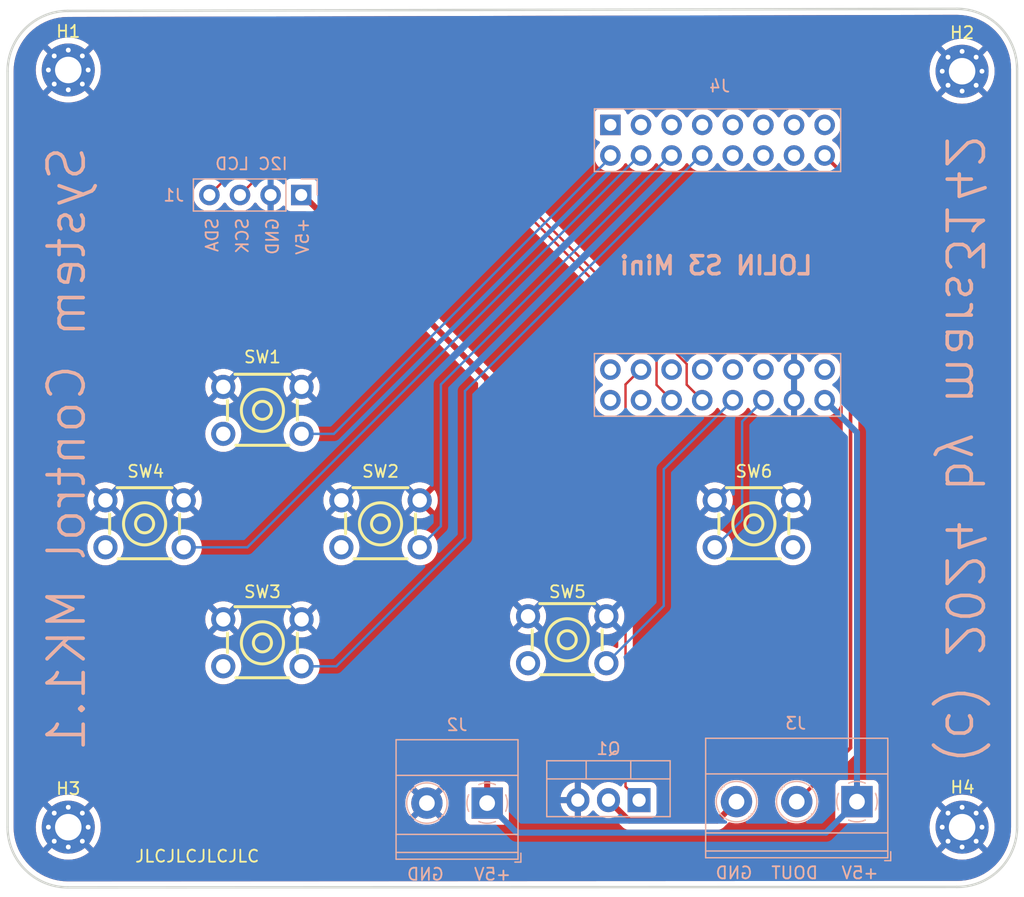
<source format=kicad_pcb>
(kicad_pcb (version 20240108) (generator "pcbnew") (generator_version "8.0")
  (title_block (title "System Control") (date "01.01.2024") (rev "MK1.1") (company "mars3142") (comment 3 "System Control Board for model railway") (comment 4 "Author: Peter Siegmund"))
  (layers (0 "F.Cu" signal) (31 "B.Cu" signal) (34 "B.Paste" user) (35 "F.Paste" user) (36 "B.SilkS" user "B.Silkscreen") (37 "F.SilkS" user "F.Silkscreen") (38 "B.Mask" user) (39 "F.Mask" user) (44 "Edge.Cuts" user))
  (net 0 "")
  (net 1 "SCK")
  (net 2 "+5V")
  (net 3 "GND")
  (net 4 "SDA")
  (net 5 "DOUT")
  (net 6 "GND1")
  (net 17 "UP")
  (net 18 "RIGHT")
  (net 19 "DOWN")
  (net 20 "LEFT")
  (net 21 "SELECT")
  (net 22 "BACK")
  (net 31 "MOSFET")
  (net 32 "unconnected-(J4-IO7-Pad13)")
  (footprint "MountingHole:MountingHole_2.2mm_M2_Pad_Via" (layer "F.Cu") (at 66.5939 90.6919)
    (property "Reference" "H3" (at 0 -3.2 0) (layer "F.SilkS"))
    (property "Value" "MH3")
    (pad "1" thru_hole circle (at -1.65 0) (size 0.7 0.7) (drill 0.4) (layers "*.Cu" "*.Mask") (net 3 "GND"))
    (pad "1" thru_hole circle (at -1.166726 -1.166726) (size 0.7 0.7) (drill 0.4) (layers "*.Cu" "*.Mask") (net 3 "GND"))
    (pad "1" thru_hole circle (at -1.166726 1.166726) (size 0.7 0.7) (drill 0.4) (layers "*.Cu" "*.Mask") (net 3 "GND"))
    (pad "1" thru_hole circle (at 0 -1.65) (size 0.7 0.7) (drill 0.4) (layers "*.Cu" "*.Mask") (net 3 "GND"))
    (pad "1" thru_hole circle (at 0 0) (size 4.4 4.4) (drill 2.2) (layers "*.Cu" "*.Mask") (net 3 "GND"))
    (pad "1" thru_hole circle (at 0 1.65) (size 0.7 0.7) (drill 0.4) (layers "*.Cu" "*.Mask") (net 3 "GND"))
    (pad "1" thru_hole circle (at 1.166726 -1.166726) (size 0.7 0.7) (drill 0.4) (layers "*.Cu" "*.Mask") (net 3 "GND"))
    (pad "1" thru_hole circle (at 1.166726 1.166726) (size 0.7 0.7) (drill 0.4) (layers "*.Cu" "*.Mask") (net 3 "GND"))
    (pad "1" thru_hole circle (at 1.65 0) (size 0.7 0.7) (drill 0.4) (layers "*.Cu" "*.Mask") (net 3 "GND"))
  )
  (footprint "easyeda2kicad:KEY-TH_4P-L6.0-W6.0-P3.90-LS7.8" (layer "F.Cu") (at 82.7072 56.0799)
    (property "Reference" "SW1" (at 0 -4.4288 0) (layer "F.SilkS"))
    (property "Value" "UP")
    (fp_line (start -2.9 -0.82) (end -2.9 0.82) (stroke (width 0.25)) (layer "F.SilkS"))
    (fp_line (start -2.2 2.9) (end 2.2 2.9) (stroke (width 0.25)) (layer "F.SilkS"))
    (fp_line (start 2.28 -3) (end -2.28 -3) (stroke (width 0.25)) (layer "F.SilkS"))
    (fp_line (start 2.9 0.82) (end 2.9 -0.82) (stroke (width 0.25)) (layer "F.SilkS"))
    (fp_circle (center 0 0) (end 0.75 0) (stroke (width 0.25)) (fill none) (layer "F.SilkS"))
    (fp_circle (center 0 0) (end 1.75 0) (stroke (width 0.25)) (fill none) (layer "F.SilkS"))
    (pad "1" thru_hole circle (at -3.25 1.95) (size 2 2) (drill 1.199896) (layers "*.Cu" "*.Mask") (net 17 "UP"))
    (pad "2" thru_hole circle (at 3.25 1.95) (size 2 2) (drill 1.199896) (layers "*.Cu" "*.Mask") (net 17 "UP"))
    (pad "3" thru_hole circle (at 3.25 -1.95) (size 2 2) (drill 1.199896) (layers "*.Cu" "*.Mask") (net 3 "GND"))
    (pad "4" thru_hole circle (at -3.25 -1.95) (size 2 2) (drill 1.199896) (layers "*.Cu" "*.Mask") (net 3 "GND"))
  )
  (footprint "easyeda2kicad:KEY-TH_4P-L6.0-W6.0-P3.90-LS7.8" (layer "F.Cu") (at 72.9272 65.5019)
    (property "Reference" "SW4" (at 0.0923 -4.3508 0) (layer "F.SilkS"))
    (property "Value" "LEFT")
    (fp_line (start -2.9 -0.82) (end -2.9 0.82) (stroke (width 0.25)) (layer "F.SilkS"))
    (fp_line (start -2.2 2.9) (end 2.2 2.9) (stroke (width 0.25)) (layer "F.SilkS"))
    (fp_line (start 2.28 -3) (end -2.28 -3) (stroke (width 0.25)) (layer "F.SilkS"))
    (fp_line (start 2.9 0.82) (end 2.9 -0.82) (stroke (width 0.25)) (layer "F.SilkS"))
    (fp_circle (center 0 0) (end 0.75 0) (stroke (width 0.25)) (fill none) (layer "F.SilkS"))
    (fp_circle (center 0 0) (end 1.75 0) (stroke (width 0.25)) (fill none) (layer "F.SilkS"))
    (pad "1" thru_hole circle (at -3.25 1.95) (size 2 2) (drill 1.199896) (layers "*.Cu" "*.Mask") (net 20 "LEFT"))
    (pad "2" thru_hole circle (at 3.25 1.95) (size 2 2) (drill 1.199896) (layers "*.Cu" "*.Mask") (net 20 "LEFT"))
    (pad "3" thru_hole circle (at 3.25 -1.95) (size 2 2) (drill 1.199896) (layers "*.Cu" "*.Mask") (net 3 "GND"))
    (pad "4" thru_hole circle (at -3.25 -1.95) (size 2 2) (drill 1.199896) (layers "*.Cu" "*.Mask") (net 3 "GND"))
  )
  (footprint "MountingHole:MountingHole_2.2mm_M2_Pad_Via" (layer "F.Cu") (at 66.5939 27.8139)
    (property "Reference" "H1" (at 0 -3.2 0) (layer "F.SilkS"))
    (property "Value" "MH1")
    (pad "1" thru_hole circle (at -1.65 0) (size 0.7 0.7) (drill 0.4) (layers "*.Cu" "*.Mask") (net 3 "GND"))
    (pad "1" thru_hole circle (at -1.166726 -1.166726) (size 0.7 0.7) (drill 0.4) (layers "*.Cu" "*.Mask") (net 3 "GND"))
    (pad "1" thru_hole circle (at -1.166726 1.166726) (size 0.7 0.7) (drill 0.4) (layers "*.Cu" "*.Mask") (net 3 "GND"))
    (pad "1" thru_hole circle (at 0 -1.65) (size 0.7 0.7) (drill 0.4) (layers "*.Cu" "*.Mask") (net 3 "GND"))
    (pad "1" thru_hole circle (at 0 0) (size 4.4 4.4) (drill 2.2) (layers "*.Cu" "*.Mask") (net 3 "GND"))
    (pad "1" thru_hole circle (at 0 1.65) (size 0.7 0.7) (drill 0.4) (layers "*.Cu" "*.Mask") (net 3 "GND"))
    (pad "1" thru_hole circle (at 1.166726 -1.166726) (size 0.7 0.7) (drill 0.4) (layers "*.Cu" "*.Mask") (net 3 "GND"))
    (pad "1" thru_hole circle (at 1.166726 1.166726) (size 0.7 0.7) (drill 0.4) (layers "*.Cu" "*.Mask") (net 3 "GND"))
    (pad "1" thru_hole circle (at 1.65 0) (size 0.7 0.7) (drill 0.4) (layers "*.Cu" "*.Mask") (net 3 "GND"))
  )
  (footprint "easyeda2kicad:KEY-TH_4P-L6.0-W6.0-P3.90-LS7.8" (layer "F.Cu") (at 92.5092 65.5019)
    (property "Reference" "SW2" (at 0 -4.3508 0) (layer "F.SilkS"))
    (property "Value" "RIGHT")
    (fp_line (start -2.9 -0.82) (end -2.9 0.82) (stroke (width 0.25)) (layer "F.SilkS"))
    (fp_line (start -2.2 2.9) (end 2.2 2.9) (stroke (width 0.25)) (layer "F.SilkS"))
    (fp_line (start 2.28 -3) (end -2.28 -3) (stroke (width 0.25)) (layer "F.SilkS"))
    (fp_line (start 2.9 0.82) (end 2.9 -0.82) (stroke (width 0.25)) (layer "F.SilkS"))
    (fp_circle (center 0 0) (end 0.75 0) (stroke (width 0.25)) (fill none) (layer "F.SilkS"))
    (fp_circle (center 0 0) (end 1.75 0) (stroke (width 0.25)) (fill none) (layer "F.SilkS"))
    (pad "1" thru_hole circle (at -3.25 1.95) (size 2 2) (drill 1.199896) (layers "*.Cu" "*.Mask") (net 18 "RIGHT"))
    (pad "2" thru_hole circle (at 3.25 1.95) (size 2 2) (drill 1.199896) (layers "*.Cu" "*.Mask") (net 18 "RIGHT"))
    (pad "3" thru_hole circle (at 3.25 -1.95) (size 2 2) (drill 1.199896) (layers "*.Cu" "*.Mask") (net 3 "GND"))
    (pad "4" thru_hole circle (at -3.25 -1.95) (size 2 2) (drill 1.199896) (layers "*.Cu" "*.Mask") (net 3 "GND"))
  )
  (footprint "easyeda2kicad:KEY-TH_4P-L6.0-W6.0-P3.90-LS7.8" (layer "F.Cu") (at 82.7072 75.3839)
    (property "Reference" "SW3" (at 0 -4.2328 0) (layer "F.SilkS"))
    (property "Value" "DOWN")
    (fp_line (start -2.9 -0.82) (end -2.9 0.82) (stroke (width 0.25)) (layer "F.SilkS"))
    (fp_line (start -2.2 2.9) (end 2.2 2.9) (stroke (width 0.25)) (layer "F.SilkS"))
    (fp_line (start 2.28 -3) (end -2.28 -3) (stroke (width 0.25)) (layer "F.SilkS"))
    (fp_line (start 2.9 0.82) (end 2.9 -0.82) (stroke (width 0.25)) (layer "F.SilkS"))
    (fp_circle (center 0 0) (end 0.75 0) (stroke (width 0.25)) (fill none) (layer "F.SilkS"))
    (fp_circle (center 0 0) (end 1.75 0) (stroke (width 0.25)) (fill none) (layer "F.SilkS"))
    (pad "1" thru_hole circle (at -3.25 1.95) (size 2 2) (drill 1.199896) (layers "*.Cu" "*.Mask") (net 19 "DOWN"))
    (pad "2" thru_hole circle (at 3.25 1.95) (size 2 2) (drill 1.199896) (layers "*.Cu" "*.Mask") (net 19 "DOWN"))
    (pad "3" thru_hole circle (at 3.25 -1.95) (size 2 2) (drill 1.199896) (layers "*.Cu" "*.Mask") (net 3 "GND"))
    (pad "4" thru_hole circle (at -3.25 -1.95) (size 2 2) (drill 1.199896) (layers "*.Cu" "*.Mask") (net 3 "GND"))
  )
  (footprint "easyeda2kicad:KEY-TH_4P-L6.0-W6.0-P3.90-LS7.8" (layer "F.Cu") (at 123.4972 65.5019)
    (property "Reference" "SW6" (at 0 -4.3508 0) (layer "F.SilkS"))
    (property "Value" "BACK")
    (fp_line (start -2.9 -0.82) (end -2.9 0.82) (stroke (width 0.25)) (layer "F.SilkS"))
    (fp_line (start -2.2 2.9) (end 2.2 2.9) (stroke (width 0.25)) (layer "F.SilkS"))
    (fp_line (start 2.28 -3) (end -2.28 -3) (stroke (width 0.25)) (layer "F.SilkS"))
    (fp_line (start 2.9 0.82) (end 2.9 -0.82) (stroke (width 0.25)) (layer "F.SilkS"))
    (fp_circle (center 0 0) (end 0.75 0) (stroke (width 0.25)) (fill none) (layer "F.SilkS"))
    (fp_circle (center 0 0) (end 1.75 0) (stroke (width 0.25)) (fill none) (layer "F.SilkS"))
    (pad "1" thru_hole circle (at -3.25 1.95) (size 2 2) (drill 1.199896) (layers "*.Cu" "*.Mask") (net 22 "BACK"))
    (pad "2" thru_hole circle (at 3.25 1.95) (size 2 2) (drill 1.199896) (layers "*.Cu" "*.Mask") (net 22 "BACK"))
    (pad "3" thru_hole circle (at 3.25 -1.95) (size 2 2) (drill 1.199896) (layers "*.Cu" "*.Mask") (net 3 "GND"))
    (pad "4" thru_hole circle (at -3.25 -1.95) (size 2 2) (drill 1.199896) (layers "*.Cu" "*.Mask") (net 3 "GND"))
  )
  (footprint "MountingHole:MountingHole_2.2mm_M2_Pad_Via" (layer "F.Cu") (at 140.7772 27.9172)
    (property "Reference" "H2" (at 0 -3.2 0) (layer "F.SilkS"))
    (property "Value" "MH2")
    (pad "1" thru_hole circle (at -1.65 0) (size 0.7 0.7) (drill 0.4) (layers "*.Cu" "*.Mask") (net 3 "GND"))
    (pad "1" thru_hole circle (at -1.166726 -1.166726) (size 0.7 0.7) (drill 0.4) (layers "*.Cu" "*.Mask") (net 3 "GND"))
    (pad "1" thru_hole circle (at -1.166726 1.166726) (size 0.7 0.7) (drill 0.4) (layers "*.Cu" "*.Mask") (net 3 "GND"))
    (pad "1" thru_hole circle (at 0 -1.65) (size 0.7 0.7) (drill 0.4) (layers "*.Cu" "*.Mask") (net 3 "GND"))
    (pad "1" thru_hole circle (at 0 0) (size 4.4 4.4) (drill 2.2) (layers "*.Cu" "*.Mask") (net 3 "GND"))
    (pad "1" thru_hole circle (at 0 1.65) (size 0.7 0.7) (drill 0.4) (layers "*.Cu" "*.Mask") (net 3 "GND"))
    (pad "1" thru_hole circle (at 1.166726 -1.166726) (size 0.7 0.7) (drill 0.4) (layers "*.Cu" "*.Mask") (net 3 "GND"))
    (pad "1" thru_hole circle (at 1.166726 1.166726) (size 0.7 0.7) (drill 0.4) (layers "*.Cu" "*.Mask") (net 3 "GND"))
    (pad "1" thru_hole circle (at 1.65 0) (size 0.7 0.7) (drill 0.4) (layers "*.Cu" "*.Mask") (net 3 "GND"))
  )
  (footprint "MountingHole:MountingHole_2.2mm_M2_Pad_Via" (layer "F.Cu") (at 140.7772 90.6919)
    (property "Reference" "H4" (at 0.0355 -3.3145 0) (layer "F.SilkS"))
    (property "Value" "MH4")
    (pad "1" thru_hole circle (at -1.65 0) (size 0.7 0.7) (drill 0.4) (layers "*.Cu" "*.Mask") (net 3 "GND"))
    (pad "1" thru_hole circle (at -1.166726 -1.166726) (size 0.7 0.7) (drill 0.4) (layers "*.Cu" "*.Mask") (net 3 "GND"))
    (pad "1" thru_hole circle (at -1.166726 1.166726) (size 0.7 0.7) (drill 0.4) (layers "*.Cu" "*.Mask") (net 3 "GND"))
    (pad "1" thru_hole circle (at 0 -1.65) (size 0.7 0.7) (drill 0.4) (layers "*.Cu" "*.Mask") (net 3 "GND"))
    (pad "1" thru_hole circle (at 0 0) (size 4.4 4.4) (drill 2.2) (layers "*.Cu" "*.Mask") (net 3 "GND"))
    (pad "1" thru_hole circle (at 0 1.65) (size 0.7 0.7) (drill 0.4) (layers "*.Cu" "*.Mask") (net 3 "GND"))
    (pad "1" thru_hole circle (at 1.166726 -1.166726) (size 0.7 0.7) (drill 0.4) (layers "*.Cu" "*.Mask") (net 3 "GND"))
    (pad "1" thru_hole circle (at 1.166726 1.166726) (size 0.7 0.7) (drill 0.4) (layers "*.Cu" "*.Mask") (net 3 "GND"))
    (pad "1" thru_hole circle (at 1.65 0) (size 0.7 0.7) (drill 0.4) (layers "*.Cu" "*.Mask") (net 3 "GND"))
  )
  (footprint "easyeda2kicad:KEY-TH_4P-L6.0-W6.0-P3.90-LS7.8" (layer "F.Cu") (at 108.0032 75.1299)
    (property "Reference" "SW5" (at 0.0163 -3.9788 0) (layer "F.SilkS"))
    (property "Value" "SELECT")
    (fp_line (start -2.9 -0.82) (end -2.9 0.82) (stroke (width 0.25)) (layer "F.SilkS"))
    (fp_line (start -2.2 2.9) (end 2.2 2.9) (stroke (width 0.25)) (layer "F.SilkS"))
    (fp_line (start 2.28 -3) (end -2.28 -3) (stroke (width 0.25)) (layer "F.SilkS"))
    (fp_line (start 2.9 0.82) (end 2.9 -0.82) (stroke (width 0.25)) (layer "F.SilkS"))
    (fp_circle (center 0 0) (end 0.75 0) (stroke (width 0.25)) (fill none) (layer "F.SilkS"))
    (fp_circle (center 0 0) (end 1.75 0) (stroke (width 0.25)) (fill none) (layer "F.SilkS"))
    (pad "1" thru_hole circle (at -3.25 1.95) (size 2 2) (drill 1.199896) (layers "*.Cu" "*.Mask") (net 21 "SELECT"))
    (pad "2" thru_hole circle (at 3.25 1.95) (size 2 2) (drill 1.199896) (layers "*.Cu" "*.Mask") (net 21 "SELECT"))
    (pad "3" thru_hole circle (at 3.25 -1.95) (size 2 2) (drill 1.199896) (layers "*.Cu" "*.Mask") (net 3 "GND"))
    (pad "4" thru_hole circle (at -3.25 -1.95) (size 2 2) (drill 1.199896) (layers "*.Cu" "*.Mask") (net 3 "GND"))
  )
  (footprint "Package_TO_SOT_THT:TO-220-3_Vertical" (layer "B.Cu") (at 113.9672 88.4469 180)
    (property "Reference" "Q1" (at 2.54 4.27 0) (layer "B.SilkS") (effects (justify mirror)))
    (property "Value" "IRF3205")
    (fp_line (start 7.66 3.27) (end -2.58 3.27) (stroke (width 0.12)) (layer "B.SilkS"))
    (fp_line (start 7.66 1.76) (end -2.58 1.76) (stroke (width 0.12)) (layer "B.SilkS"))
    (fp_line (start 7.66 -1.371) (end 7.66 3.27) (stroke (width 0.12)) (layer "B.SilkS"))
    (fp_line (start 7.66 -1.371) (end -2.58 -1.371) (stroke (width 0.12)) (layer "B.SilkS"))
    (fp_line (start 4.391 1.76) (end 4.391 3.27) (stroke (width 0.12)) (layer "B.SilkS"))
    (fp_line (start 0.69 1.76) (end 0.69 3.27) (stroke (width 0.12)) (layer "B.SilkS"))
    (fp_line (start -2.58 -1.371) (end -2.58 3.27) (stroke (width 0.12)) (layer "B.SilkS"))
    (pad "1" thru_hole rect (at 0 0 180) (size 1.905 2) (drill 1.1) (layers "*.Cu" "*.Mask") (net 31 "MOSFET"))
    (pad "2" thru_hole oval (at 2.54 0 180) (size 1.905 2) (drill 1.1) (layers "*.Cu" "*.Mask") (net 6 "GND1"))
    (pad "3" thru_hole oval (at 5.08 0 180) (size 1.905 2) (drill 1.1) (layers "*.Cu" "*.Mask") (net 3 "GND"))
  )
  (footprint "TerminalBlock_Phoenix:TerminalBlock_Phoenix_MKDS-1,5-3_1x03_P5.00mm_Horizontal" (layer "B.Cu") (at 132.0532 88.5709 180)
    (property "Reference" "J3" (at 5.085 6.5 0) (layer "B.SilkS") (effects (justify mirror)))
    (property "Value" "Output")
    (fp_line (start 12.56 5.261) (end -2.56 5.261) (stroke (width 0.12)) (layer "B.SilkS"))
    (fp_line (start 12.56 2.301) (end -2.56 2.301) (stroke (width 0.12)) (layer "B.SilkS"))
    (fp_line (start 12.56 -2.6) (end -2.56 -2.6) (stroke (width 0.12)) (layer "B.SilkS"))
    (fp_line (start 12.56 -4.1) (end -2.56 -4.1) (stroke (width 0.12)) (layer "B.SilkS"))
    (fp_line (start 12.56 -4.66) (end 12.56 5.261) (stroke (width 0.12)) (layer "B.SilkS"))
    (fp_line (start 12.56 -4.66) (end -2.56 -4.66) (stroke (width 0.12)) (layer "B.SilkS"))
    (fp_line (start 11.228 1.023) (end 11.275 1.069) (stroke (width 0.12)) (layer "B.SilkS"))
    (fp_line (start 11.035 1.239) (end 11.07 1.275) (stroke (width 0.12)) (layer "B.SilkS"))
    (fp_line (start 8.931 -1.274) (end 8.966 -1.239) (stroke (width 0.12)) (layer "B.SilkS"))
    (fp_line (start 8.726 -1.069) (end 8.773 -1.023) (stroke (width 0.12)) (layer "B.SilkS"))
    (fp_line (start 6.228 1.023) (end 6.275 1.069) (stroke (width 0.12)) (layer "B.SilkS"))
    (fp_line (start 6.035 1.239) (end 6.07 1.275) (stroke (width 0.12)) (layer "B.SilkS"))
    (fp_line (start 3.931 -1.274) (end 3.966 -1.239) (stroke (width 0.12)) (layer "B.SilkS"))
    (fp_line (start 3.726 -1.069) (end 3.773 -1.023) (stroke (width 0.12)) (layer "B.SilkS"))
    (fp_line (start -2.3 -4.9) (end -2.8 -4.9) (stroke (width 0.12)) (layer "B.SilkS"))
    (fp_line (start -2.56 -4.66) (end -2.56 5.261) (stroke (width 0.12)) (layer "B.SilkS"))
    (fp_line (start -2.8 -4.9) (end -2.8 -4.16) (stroke (width 0.12)) (layer "B.SilkS"))
    (fp_arc (start 1.535 -0.684) (mid 1.6805 -0.000524) (end 1.535427 0.683042) (stroke (width 0.12)) (layer "B.SilkS"))
    (fp_arc (start 0.684 1.535) (mid 0.000524 1.680501) (end -0.683042 1.535427) (stroke (width 0.12)) (layer "B.SilkS"))
    (fp_arc (start 0 -1.68) (mid 0.349292 -1.643288) (end 0.683318 -1.534756) (stroke (width 0.12)) (layer "B.SilkS"))
    (fp_arc (start -0.684 -1.535) (mid -0.335551 -1.646659) (end 0.028805 -1.680253) (stroke (width 0.12)) (layer "B.SilkS"))
    (fp_arc (start -1.535 0.684) (mid -1.680501 0.000524) (end -1.535427 -0.683042) (stroke (width 0.12)) (layer "B.SilkS"))
    (fp_circle (center 10 0) (end 11.68 0) (stroke (width 0.12)) (fill none) (layer "B.SilkS"))
    (fp_circle (center 5 0) (end 6.68 0) (stroke (width 0.12)) (fill none) (layer "B.SilkS"))
    (pad "1" thru_hole rect (at 0 0 180) (size 2.6 2.6) (drill 1.3) (layers "*.Cu" "*.Mask") (net 2 "+5V"))
    (pad "2" thru_hole circle (at 5 0 180) (size 2.6 2.6) (drill 1.3) (layers "*.Cu" "*.Mask") (net 5 "DOUT"))
    (pad "3" thru_hole circle (at 10 0 180) (size 2.6 2.6) (drill 1.3) (layers "*.Cu" "*.Mask") (net 6 "GND1"))
  )
  (footprint "wemos:PinSocket_S3 Mini" (layer "B.Cu") (at 120.54345 44.0708 -90)
    (property "Reference" "J4" (at -14.91965 -0.11175 0) (layer "B.SilkS") (effects (justify mirror)))
    (property "Value" "Conn_S3 Mini")
    (fp_line (start -13.026 10.284) (end -7.826 10.284) (stroke (width 0.12)) (layer "B.SilkS"))
    (fp_line (start 12.494 10.284) (end 7.294 10.284) (stroke (width 0.12)) (layer "B.SilkS"))
    (fp_line (start -13.026 -10.156) (end -13.026 10.284) (stroke (width 0.12)) (layer "B.SilkS"))
    (fp_line (start -13.026 -10.156) (end -7.826 -10.156) (stroke (width 0.12)) (layer "B.SilkS"))
    (fp_line (start -7.826 -10.156) (end -7.826 10.284) (stroke (width 0.12)) (layer "B.SilkS"))
    (fp_line (start 7.294 -10.156) (end 7.294 10.284) (stroke (width 0.12)) (layer "B.SilkS"))
    (fp_line (start 12.494 -10.156) (end 12.494 10.284) (stroke (width 0.12)) (layer "B.SilkS"))
    (fp_line (start 12.494 -10.156) (end 7.294 -10.156) (stroke (width 0.12)) (layer "B.SilkS"))
    (pad "1" thru_hole rect (at -11.696 8.954 270) (size 1.7 1.7) (drill oval 1) (layers "*.Cu" "*.Mask"))
    (pad "2" thru_hole oval (at -11.696 6.414 270) (size 1.7 1.7) (drill 1) (layers "*.Cu" "*.Mask"))
    (pad "3" thru_hole oval (at -11.696 3.874 270) (size 1.7 1.7) (drill 1) (layers "*.Cu" "*.Mask"))
    (pad "4" thru_hole oval (at -11.696 1.334 270) (size 1.7 1.7) (drill 1) (layers "*.Cu" "*.Mask"))
    (pad "5" thru_hole oval (at -11.696 -1.206 270) (size 1.7 1.7) (drill 1) (layers "*.Cu" "*.Mask"))
    (pad "6" thru_hole oval (at -11.696 -3.746 270) (size 1.7 1.7) (drill 1) (layers "*.Cu" "*.Mask"))
    (pad "7" thru_hole oval (at -11.696 -6.286 270) (size 1.7 1.7) (drill 1) (layers "*.Cu" "*.Mask"))
    (pad "8" thru_hole oval (at -11.696 -8.826 270) (size 1.7 1.7) (drill 1) (layers "*.Cu" "*.Mask"))
    (pad "9" thru_hole oval (at -9.156 8.954 270) (size 1.7 1.7) (drill 1) (layers "*.Cu" "*.Mask") (net 17 "UP"))
    (pad "10" thru_hole oval (at -9.156 6.414 270) (size 1.7 1.7) (drill 1) (layers "*.Cu" "*.Mask") (net 20 "LEFT"))
    (pad "11" thru_hole oval (at -9.156 3.874 270) (size 1.7 1.7) (drill 1) (layers "*.Cu" "*.Mask") (net 18 "RIGHT"))
    (pad "12" thru_hole oval (at -9.156 1.334 270) (size 1.7 1.7) (drill 1) (layers "*.Cu" "*.Mask") (net 19 "DOWN"))
    (pad "13" thru_hole oval (at -9.156 -1.206 270) (size 1.7 1.7) (drill 1) (layers "*.Cu" "*.Mask") (net 32 "unconnected-(J4-IO7-Pad13)"))
    (pad "14" thru_hole oval (at -9.156 -3.746 270) (size 1.7 1.7) (drill 1) (layers "*.Cu" "*.Mask"))
    (pad "15" thru_hole oval (at -9.156 -6.286 270) (size 1.7 1.7) (drill 1) (layers "*.Cu" "*.Mask"))
    (pad "16" thru_hole oval (at -9.156 -8.826 270) (size 1.7 1.7) (drill 1) (layers "*.Cu" "*.Mask") (net 5 "DOUT"))
    (pad "17" thru_hole oval (at 8.624 8.954 270) (size 1.7 1.7) (drill 1) (layers "*.Cu" "*.Mask"))
    (pad "18" thru_hole oval (at 8.624 6.414 270) (size 1.7 1.7) (drill 1) (layers "*.Cu" "*.Mask") (net 31 "MOSFET"))
    (pad "19" thru_hole oval (at 8.624 3.874 270) (size 1.7 1.7) (drill 1) (layers "*.Cu" "*.Mask"))
    (pad "20" thru_hole oval (at 8.624 1.334 270) (size 1.7 1.7) (drill 1) (layers "*.Cu" "*.Mask"))
    (pad "21" thru_hole oval (at 8.624 -1.206 270) (size 1.7 1.7) (drill 1) (layers "*.Cu" "*.Mask"))
    (pad "22" thru_hole oval (at 8.624 -3.746 270) (size 1.7 1.7) (drill 1) (layers "*.Cu" "*.Mask"))
    (pad "23" thru_hole oval (at 8.624 -6.286 270) (size 1.7 1.7) (drill 1) (layers "*.Cu" "*.Mask") (net 3 "GND"))
    (pad "24" thru_hole oval (at 8.624 -8.826 270) (size 1.7 1.7) (drill 1) (layers "*.Cu" "*.Mask"))
    (pad "25" thru_hole oval (at 11.164 8.954 270) (size 1.7 1.7) (drill 1) (layers "*.Cu" "*.Mask"))
    (pad "26" thru_hole oval (at 11.164 6.414 270) (size 1.7 1.7) (drill 1) (layers "*.Cu" "*.Mask"))
    (pad "27" thru_hole oval (at 11.164 3.874 270) (size 1.7 1.7) (drill 1) (layers "*.Cu" "*.Mask") (net 1 "SCK"))
    (pad "28" thru_hole oval (at 11.164 1.334 270) (size 1.7 1.7) (drill 1) (layers "*.Cu" "*.Mask") (net 4 "SDA"))
    (pad "29" thru_hole oval (at 11.164 -1.206 270) (size 1.7 1.7) (drill 1) (layers "*.Cu" "*.Mask") (net 21 "SELECT"))
    (pad "30" thru_hole oval (at 11.164 -3.746 270) (size 1.7 1.7) (drill 1) (layers "*.Cu" "*.Mask") (net 22 "BACK"))
    (pad "31" thru_hole oval (at 11.164 -6.286 270) (size 1.7 1.7) (drill 1) (layers "*.Cu" "*.Mask") (net 3 "GND"))
    (pad "32" thru_hole oval (at 11.164 -8.826 270) (size 1.7 1.7) (drill 1) (layers "*.Cu" "*.Mask") (net 2 "+5V"))
  )
  (footprint "Connector_PinSocket_2.54mm:PinSocket_1x04_P2.54mm_Vertical" (layer "B.Cu") (at 85.9272 38.1959 90)
    (property "Reference" "J1" (at -0.025 -10.58 180) (layer "B.SilkS") (effects (justify mirror)))
    (property "Value" "Female Header" (hide yes))
    (fp_line (start 1.33 -8.95) (end -1.33 -8.95) (stroke (width 0.12)) (layer "B.SilkS"))
    (fp_line (start 1.33 -8.95) (end 1.33 -1.27) (stroke (width 0.12)) (layer "B.SilkS"))
    (fp_line (start -1.33 -8.95) (end -1.33 -1.27) (stroke (width 0.12)) (layer "B.SilkS"))
    (fp_line (start 1.33 -1.27) (end -1.33 -1.27) (stroke (width 0.12)) (layer "B.SilkS"))
    (fp_line (start 1.33 0) (end 1.33 1.33) (stroke (width 0.12)) (layer "B.SilkS"))
    (fp_line (start 1.33 1.33) (end 0 1.33) (stroke (width 0.12)) (layer "B.SilkS"))
    (pad "1" thru_hole rect (at 0 0 90) (size 1.7 1.7) (drill 1) (layers "*.Cu" "*.Mask") (net 2 "+5V"))
    (pad "2" thru_hole oval (at 0 -2.54 90) (size 1.7 1.7) (drill 1) (layers "*.Cu" "*.Mask") (net 3 "GND"))
    (pad "3" thru_hole oval (at 0 -5.08 90) (size 1.7 1.7) (drill 1) (layers "*.Cu" "*.Mask") (net 1 "SCK"))
    (pad "4" thru_hole oval (at 0 -7.62 90) (size 1.7 1.7) (drill 1) (layers "*.Cu" "*.Mask") (net 4 "SDA"))
  )
  (footprint "TerminalBlock_Phoenix:TerminalBlock_Phoenix_MKDS-1,5-2_1x02_P5.00mm_Horizontal" (layer "B.Cu") (at 101.3592 88.6919 180)
    (property "Reference" "J2" (at 2.5 6.5 0) (layer "B.SilkS") (effects (justify mirror)))
    (property "Value" "Input")
    (fp_line (start 7.56 5.261) (end -2.56 5.261) (stroke (width 0.12)) (layer "B.SilkS"))
    (fp_line (start 7.56 2.301) (end -2.56 2.301) (stroke (width 0.12)) (layer "B.SilkS"))
    (fp_line (start 7.56 -2.6) (end -2.56 -2.6) (stroke (width 0.12)) (layer "B.SilkS"))
    (fp_line (start 7.56 -4.1) (end -2.56 -4.1) (stroke (width 0.12)) (layer "B.SilkS"))
    (fp_line (start 7.56 -4.66) (end 7.56 5.261) (stroke (width 0.12)) (layer "B.SilkS"))
    (fp_line (start 7.56 -4.66) (end -2.56 -4.66) (stroke (width 0.12)) (layer "B.SilkS"))
    (fp_line (start 6.228 1.023) (end 6.275 1.069) (stroke (width 0.12)) (layer "B.SilkS"))
    (fp_line (start 6.035 1.239) (end 6.07 1.275) (stroke (width 0.12)) (layer "B.SilkS"))
    (fp_line (start 3.931 -1.274) (end 3.966 -1.239) (stroke (width 0.12)) (layer "B.SilkS"))
    (fp_line (start 3.726 -1.069) (end 3.773 -1.023) (stroke (width 0.12)) (layer "B.SilkS"))
    (fp_line (start -2.3 -4.9) (end -2.8 -4.9) (stroke (width 0.12)) (layer "B.SilkS"))
    (fp_line (start -2.56 -4.66) (end -2.56 5.261) (stroke (width 0.12)) (layer "B.SilkS"))
    (fp_line (start -2.8 -4.9) (end -2.8 -4.16) (stroke (width 0.12)) (layer "B.SilkS"))
    (fp_arc (start 1.535 -0.684) (mid 1.6805 -0.000524) (end 1.535427 0.683042) (stroke (width 0.12)) (layer "B.SilkS"))
    (fp_arc (start 0.684 1.535) (mid 0.000524 1.680501) (end -0.683042 1.535427) (stroke (width 0.12)) (layer "B.SilkS"))
    (fp_arc (start 0 -1.68) (mid 0.349292 -1.643288) (end 0.683318 -1.534756) (stroke (width 0.12)) (layer "B.SilkS"))
    (fp_arc (start -0.684 -1.535) (mid -0.335551 -1.646659) (end 0.028805 -1.680253) (stroke (width 0.12)) (layer "B.SilkS"))
    (fp_arc (start -1.535 0.684) (mid -1.680501 0.000524) (end -1.535427 -0.683042) (stroke (width 0.12)) (layer "B.SilkS"))
    (fp_circle (center 5 0) (end 6.68 0) (stroke (width 0.12)) (fill none) (layer "B.SilkS"))
    (pad "1" thru_hole rect (at 0 0 180) (size 2.6 2.6) (drill 1.3) (layers "*.Cu" "*.Mask") (net 2 "+5V"))
    (pad "2" thru_hole circle (at 5 0 180) (size 2.6 2.6) (drill 1.3) (layers "*.Cu" "*.Mask") (net 3 "GND"))
  )
  (gr_line (start 66.5571 22.909274) (end 140.3411 22.734) (stroke (width 0.2)) (layer "Edge.Cuts"))
  (gr_line (start 66.5571 95.692) (end 140.341101 95.656339) (stroke (width 0.2)) (layer "Edge.Cuts"))
  (gr_arc (start 145.3411 90.692) (mid 143.874473 94.214975) (end 140.341101 95.656339) (stroke (width 0.2)) (layer "Edge.Cuts"))
  (gr_line (start 145.3411 27.734) (end 145.3411 90.692) (stroke (width 0.2)) (layer "Edge.Cuts"))
  (gr_arc (start 140.3411 22.734) (mid 143.876649 24.198451) (end 145.3411 27.734) (stroke (width 0.2)) (layer "Edge.Cuts"))
  (gr_line (start 61.5571 90.692) (end 61.5571 27.909274) (stroke (width 0.2)) (layer "Edge.Cuts"))
  (gr_arc (start 61.5571 27.909274) (mid 63.021565 24.373741) (end 66.5571 22.909274) (stroke (width 0.2)) (layer "Edge.Cuts"))
  (gr_arc (start 66.5571 95.692) (mid 63.021566 94.227534) (end 61.5571 90.692) (stroke (width 0.2)) (layer "Edge.Cuts"))
  (gr_text "GND" (at 84.1271 40.006 90) (layer "B.SilkS") (effects (font (size 1 1)) (justify left bottom mirror)))
  (gr_text "SCK" (at 81.6271 40.006 90) (layer "B.SilkS") (effects (font (size 1 1)) (justify left bottom mirror)))
  (gr_text "I2C LCD" (at 84.8891 36.196 0) (layer "B.SilkS") (effects (font (size 1 1)) (justify left bottom mirror)))
  (gr_text "LOLIN S3 Mini" (at 128.51945 44.934 0) (layer "B.SilkS") (effects (font (size 1.5 1.5) (thickness 0.3) (bold yes)) (justify left bottom mirror)))
  (gr_text "+5V" (at 103.4271 95.192 0) (layer "B.SilkS") (effects (font (size 1 1)) (justify left bottom mirror)))
  (gr_text "+5V" (at 133.9271 95.071 0) (layer "B.SilkS") (effects (font (size 1 1)) (justify left bottom mirror)))
  (gr_text "+5V" (at 86.6271 40.006 90) (layer "B.SilkS") (effects (font (size 1 1)) (justify left bottom mirror)))
  (gr_text "(c) 2024 by mars3142" (at 139.1586 59.304649 270) (layer "B.SilkS") (effects (font (size 3 3) (thickness 0.3) (bold yes)) (justify bottom mirror)))
  (gr_text "GND" (at 123.4681 95.071 0) (layer "B.SilkS") (effects (font (size 1 1)) (justify left bottom mirror)))
  (gr_text "GND" (at 97.8591 95.192 0) (layer "B.SilkS") (effects (font (size 1 1)) (justify left bottom mirror)))
  (gr_text "DOUT" (at 128.90765 95.07085 0) (layer "B.SilkS") (effects (font (size 1 1)) (justify left bottom mirror)))
  (gr_text "System Control MK1.1" (at 68.212326 59.282807 90) (layer "B.SilkS") (effects (font (size 3 3) (thickness 0.3)) (justify bottom mirror)))
  (gr_text "SDA" (at 79.1271 40.006 90) (layer "B.SilkS") (effects (font (size 1 1)) (justify left bottom mirror)))
  (gr_text "JLCJLCJLCJLC" (at 72.0571 93.692 0) (layer "F.SilkS") (effects (font (size 1 1)) (justify left bottom)))
  (segment (start 101.51945 36.65115) (end 82.39195 36.65115) (width 0.2) (layer "F.Cu") (net 1))
  (segment (start 115.41945 50.55115) (end 101.51945 36.65115) (width 0.2) (layer "F.Cu") (net 1))
  (segment (start 116.66945 55.2348) (end 116.66945 55.217975) (width 0.2) (layer "F.Cu") (net 1))
  (segment (start 115.41945 53.967975) (end 115.41945 50.55115) (width 0.2) (layer "F.Cu") (net 1))
  (segment (start 116.66945 55.217975) (end 115.41945 53.967975) (width 0.2) (layer "F.Cu") (net 1))
  (segment (start 82.39195 36.65115) (end 80.8472 38.1959) (width 0.2) (layer "F.Cu") (net 1))
  (segment (start 101.3592 53.4909) (end 86.0642 38.1959) (width 0.5) (layer "F.Cu") (net 2))
  (segment (start 101.3592 88.6919) (end 101.3592 53.4909) (width 0.5) (layer "F.Cu") (net 2))
  (segment (start 86.0642 38.1959) (end 85.9272 38.1959) (width 0.5) (layer "F.Cu") (net 2))
  (segment (start 129.47295 91.15115) (end 132.0532 88.5709) (width 0.5) (layer "B.Cu") (net 2))
  (segment (start 103.81845 91.15115) (end 129.47295 91.15115) (width 0.5) (layer "B.Cu") (net 2))
  (segment (start 132.0532 88.5709) (end 132.0532 57.91855) (width 0.5) (layer "B.Cu") (net 2))
  (segment (start 101.3592 88.6919) (end 103.81845 91.15115) (width 0.5) (layer "B.Cu") (net 2))
  (segment (start 132.0532 57.91855) (end 129.36945 55.2348) (width 0.5) (layer "B.Cu") (net 2))
  (segment (start 80.35195 36.15115) (end 78.3072 38.1959) (width 0.2) (layer "F.Cu") (net 4))
  (segment (start 101.84105 36.15115) (end 80.35195 36.15115) (width 0.2) (layer "F.Cu") (net 4))
  (segment (start 119.20945 55.2348) (end 117.91945 53.9448) (width 0.2) (layer "F.Cu") (net 4))
  (segment (start 117.91945 52.22955) (end 101.84105 36.15115) (width 0.2) (layer "F.Cu") (net 4))
  (segment (start 117.91945 53.9448) (end 117.91945 52.22955) (width 0.2) (layer "F.Cu") (net 4))
  (segment (start 129.36945 34.9148) (end 131.51945 37.0648) (width 0.3) (layer "F.Cu") (net 5))
  (segment (start 131.51945 84.10465) (end 127.0532 88.5709) (width 0.3) (layer "F.Cu") (net 5))
  (segment (start 131.51945 37.0648) (end 131.51945 84.10465) (width 0.3) (layer "F.Cu") (net 5))
  (segment (start 129.2892 34.9148) (end 129.36945 34.9148) (width 0.2) (layer "B.Cu") (net 5))
  (segment (start 113.13145 90.15115) (end 111.4272 88.4469) (width 0.5) (layer "F.Cu") (net 6))
  (segment (start 120.47295 90.15115) (end 113.13145 90.15115) (width 0.5) (layer "F.Cu") (net 6))
  (segment (start 122.0532 88.5709) (end 120.47295 90.15115) (width 0.5) (layer "F.Cu") (net 6))
  (segment (start 111.58945 35.08115) (end 111.58945 34.9148) (width 0.2) (layer "B.Cu") (net 17))
  (segment (start 88.6407 58.0299) (end 111.58945 35.08115) (width 0.2) (layer "B.Cu") (net 17))
  (segment (start 85.9572 58.0299) (end 88.6407 58.0299) (width 0.2) (layer "B.Cu") (net 17))
  (segment (start 95.7592 67.4519) (end 97.51945 65.69165) (width 0.2) (layer "B.Cu") (net 18))
  (segment (start 97.51945 53.92905) (end 116.5337 34.9148) (width 0.2) (layer "B.Cu") (net 18))
  (segment (start 116.5337 34.9148) (end 116.66945 34.9148) (width 0.2) (layer "B.Cu") (net 18))
  (segment (start 97.51945 65.69165) (end 97.51945 53.92905) (width 0.2) (layer "B.Cu") (net 18))
  (segment (start 119.20945 34.9148) (end 119.0737 34.9148) (width 0.2) (layer "B.Cu") (net 19))
  (segment (start 88.8367 77.3339) (end 99.51945 66.65115) (width 0.2) (layer "B.Cu") (net 19))
  (segment (start 99.51945 54.46905) (end 105.4284 48.5601) (width 0.2) (layer "B.Cu") (net 19))
  (segment (start 85.9572 77.3339) (end 88.8367 77.3339) (width 0.2) (layer "B.Cu") (net 19))
  (segment (start 99.51945 66.65115) (end 99.51945 54.46905) (width 0.2) (layer "B.Cu") (net 19))
  (segment (start 119.0737 34.9148) (end 105.01945 48.96905) (width 0.2) (layer "B.Cu") (net 19))
  (segment (start 113.9937 34.9148) (end 114.12945 34.9148) (width 0.2) (layer "B.Cu") (net 20))
  (segment (start 76.1772 67.4519) (end 81.4566 67.4519) (width 0.2) (layer "B.Cu") (net 20))
  (segment (start 81.4566 67.4519) (end 113.9937 34.9148) (width 0.2) (layer "B.Cu") (net 20))
  (segment (start 116.01945 72.31365) (end 116.01945 60.9648) (width 0.2) (layer "B.Cu") (net 21))
  (segment (start 111.2532 77.0799) (end 116.01945 72.31365) (width 0.2) (layer "B.Cu") (net 21))
  (segment (start 116.01945 60.9648) (end 121.74945 55.2348) (width 0.2) (layer "B.Cu") (net 21))
  (segment (start 120.2472 67.4519) (end 122.51945 65.17965) (width 0.2) (layer "B.Cu") (net 22))
  (segment (start 122.51945 65.17965) (end 122.51945 57.0048) (width 0.2) (layer "B.Cu") (net 22))
  (segment (start 122.51945 57.0048) (end 124.28945 55.2348) (width 0.2) (layer "B.Cu") (net 22))
  (segment (start 112.8437 87.3234) (end 112.8437 53.9269) (width 0.2) (layer "F.Cu") (net 31))
  (segment (start 114.0758 52.6948) (end 114.12945 52.6948) (width 0.2) (layer "F.Cu") (net 31))
  (segment (start 112.8437 53.9269) (end 114.0758 52.6948) (width 0.2) (layer "F.Cu") (net 31))
  (segment (start 113.9672 88.4469) (end 112.8437 87.3234) (width 0.2) (layer "F.Cu") (net 31))
  (segment (start 121.6137 34.9148) (end 121.2558 34.9148) (width 0.2) (layer "B.Cu") (net 32))
  (zone (net 3) (net_name "GND") (layers "F&B.Cu") (connect_pads (clearance 0.5)) (min_thickness 0.25) (fill yes (thermal_gap 0.5) (thermal_bridge_width 0.5) (island_removal_mode 2) (island_area_min 10))
    (polygon (pts (xy 60.9271 22.002) (xy 145.9271 22.002) (xy 145.9271 96.502) (xy 60.9271 96.502)))
  )
)
</source>
